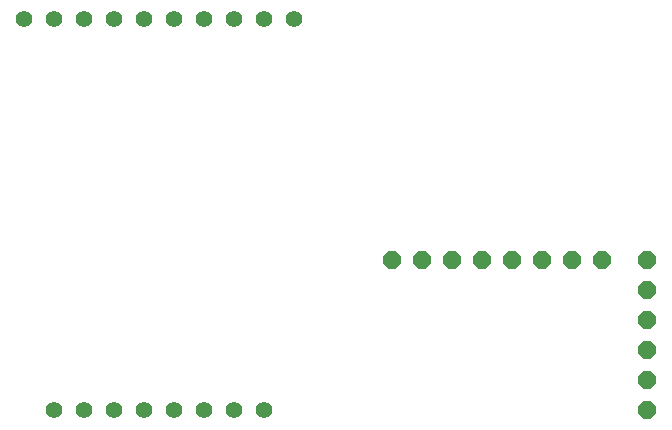
<source format=gbr>
G04 EAGLE Gerber RS-274X export*
G75*
%MOMM*%
%FSLAX34Y34*%
%LPD*%
%INTop Copper*%
%IPPOS*%
%AMOC8*
5,1,8,0,0,1.08239X$1,22.5*%
G01*
%ADD10C,1.408000*%
%ADD11P,1.649562X8X22.500000*%


D10*
X95250Y25400D03*
X69850Y25400D03*
X120650Y25400D03*
X146050Y25400D03*
X171450Y25400D03*
X196850Y25400D03*
X222250Y25400D03*
X44450Y25400D03*
X247650Y356870D03*
X222250Y356870D03*
X196850Y356870D03*
X171450Y356870D03*
X146050Y356870D03*
X120650Y356870D03*
X95250Y356870D03*
X69850Y356870D03*
X44450Y356870D03*
X19050Y356870D03*
D11*
X546100Y152400D03*
X546100Y127000D03*
X546100Y101600D03*
X546100Y76200D03*
X508000Y152400D03*
X482600Y152400D03*
X457200Y152400D03*
X431800Y152400D03*
X406400Y152400D03*
X381000Y152400D03*
X355600Y152400D03*
X330200Y152400D03*
X546100Y50800D03*
X546100Y25400D03*
M02*

</source>
